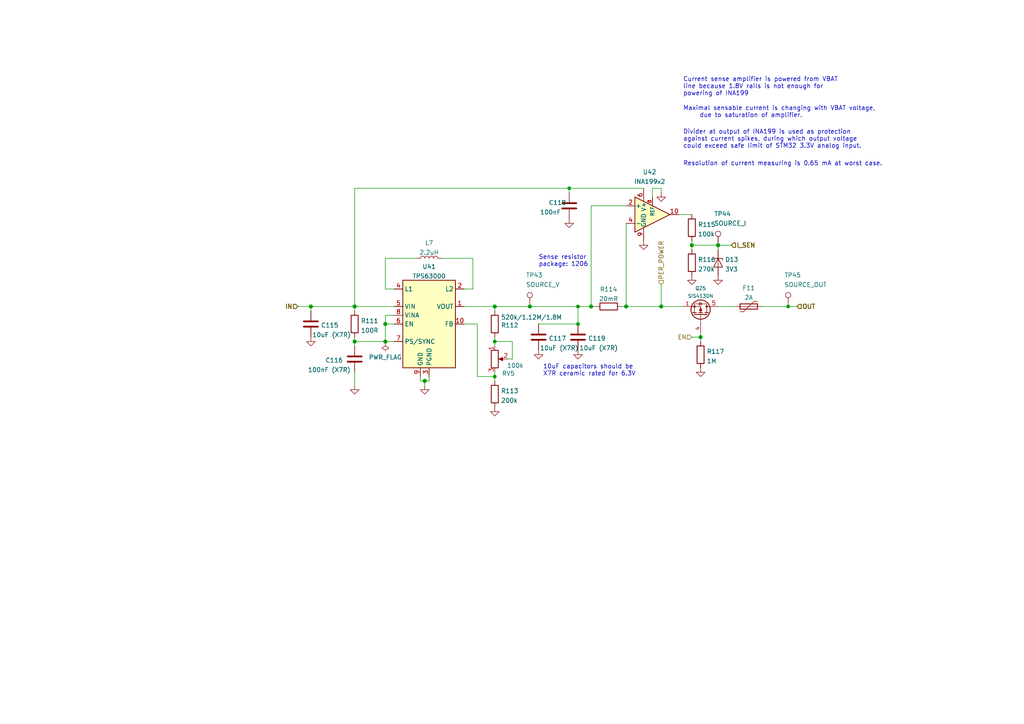
<source format=kicad_sch>
(kicad_sch (version 20210621) (generator eeschema)
  (paper "A4")
  (title_block (title "BUTCube - EPS") (date "2021-06-01") (rev "v1.0") (company "VUT - FIT(STRaDe) & FME(IAE & IPE)") (comment 1 "Author: Petr Malaník"))
  (lib_symbols
    (symbol "Connector:TestPoint" (pin_numbers hide) (pin_names (offset 0.762) hide)
      (property "Reference" "TP" (at 0 6.858 0))
      (property "Value" "TestPoint" (at 0 5.08 0))
      (symbol "TestPoint_0_1"
        (circle (center 0 3.302) (radius 0.762))
      )
      (symbol "TestPoint_1_1"
        (pin passive line (at 0 0 90) (length 2.54) (name "1") (number "1"))
      )
    )
    (symbol "Device:C" (pin_numbers hide) (pin_names (offset 0.254))
      (property "Reference" "C" (at 0.635 2.54 0))
      (property "Value" "C" (at 0.635 -2.54 0))
      (symbol "C_0_1"
        (polyline (pts (xy -2.032 -0.762) (xy 2.032 -0.762)) (stroke (width 0.508)))
        (polyline (pts (xy -2.032 0.762) (xy 2.032 0.762)) (stroke (width 0.508)))
      )
      (symbol "C_1_1"
        (pin passive line (at 0 3.81 270) (length 2.794) (name "~") (number "1"))
        (pin passive line (at 0 -3.81 90) (length 2.794) (name "~") (number "2"))
      )
    )
    (symbol "Device:D_Zener" (pin_numbers hide) (pin_names (offset 1.016) hide)
      (property "Reference" "D" (at 0 2.54 0))
      (property "Value" "D_Zener" (at 0 -2.54 0))
      (symbol "D_Zener_0_1"
        (polyline (pts (xy 1.27 0) (xy -1.27 0)))
        (polyline (pts (xy -1.27 -1.27) (xy -1.27 1.27) (xy -0.762 1.27)) (stroke (width 0.2032)))
        (polyline (pts (xy 1.27 -1.27) (xy 1.27 1.27) (xy -1.27 0) (xy 1.27 -1.27)) (stroke (width 0.2032)))
      )
      (symbol "D_Zener_1_1"
        (pin passive line (at -3.81 0 0) (length 2.54) (name "K") (number "1"))
        (pin passive line (at 3.81 0 180) (length 2.54) (name "A") (number "2"))
      )
    )
    (symbol "Device:L" (pin_numbers hide) (pin_names (offset 1.016) hide)
      (property "Reference" "L" (at -1.27 0 90))
      (property "Value" "L" (at 1.905 0 90))
      (symbol "L_0_1"
        (arc (start 0 -2.54) (end 0 -1.27) (radius (at 0 -1.905) (length 0.635) (angles -89.9 89.9)))
        (arc (start 0 -1.27) (end 0 0) (radius (at 0 -0.635) (length 0.635) (angles -89.9 89.9)))
        (arc (start 0 0) (end 0 1.27) (radius (at 0 0.635) (length 0.635) (angles -89.9 89.9)))
        (arc (start 0 1.27) (end 0 2.54) (radius (at 0 1.905) (length 0.635) (angles -89.9 89.9)))
      )
      (symbol "L_1_1"
        (pin passive line (at 0 3.81 270) (length 1.27) (name "1") (number "1"))
        (pin passive line (at 0 -3.81 90) (length 1.27) (name "2") (number "2"))
      )
    )
    (symbol "Device:Polyfuse" (pin_numbers hide) (pin_names (offset 0))
      (property "Reference" "F" (at -2.54 0 90))
      (property "Value" "Polyfuse" (at 2.54 0 90))
      (symbol "Polyfuse_0_1"
        (rectangle (start -0.762 2.54) (end 0.762 -2.54) (stroke (width 0.254)))
        (polyline (pts (xy 0 2.54) (xy 0 -2.54)))
        (polyline (pts (xy -1.524 2.54) (xy -1.524 1.524) (xy 1.524 -1.524) (xy 1.524 -2.54)))
      )
      (symbol "Polyfuse_1_1"
        (pin passive line (at 0 3.81 270) (length 1.27) (name "~") (number "1"))
        (pin passive line (at 0 -3.81 90) (length 1.27) (name "~") (number "2"))
      )
    )
    (symbol "Device:R" (pin_numbers hide) (pin_names (offset 0))
      (property "Reference" "R" (at 2.032 0 90))
      (property "Value" "R" (at 0 0 90))
      (symbol "R_0_1"
        (rectangle (start -1.016 -2.54) (end 1.016 2.54) (stroke (width 0.254)))
      )
      (symbol "R_1_1"
        (pin passive line (at 0 3.81 270) (length 1.27) (name "~") (number "1"))
        (pin passive line (at 0 -3.81 90) (length 1.27) (name "~") (number "2"))
      )
    )
    (symbol "Device:R_POT" (pin_names (offset 1.016) hide)
      (property "Reference" "RV" (at -4.445 0 90))
      (property "Value" "R_POT" (at -2.54 0 90))
      (symbol "R_POT_0_1"
        (rectangle (start 1.016 2.54) (end -1.016 -2.54) (stroke (width 0.254)))
        (polyline (pts (xy 2.54 0) (xy 1.524 0)))
        (polyline (pts (xy 1.143 0) (xy 2.286 0.508) (xy 2.286 -0.508) (xy 1.143 0)) (fill (type outline)))
      )
      (symbol "R_POT_1_1"
        (pin passive line (at 0 3.81 270) (length 1.27) (name "1") (number "1"))
        (pin passive line (at 3.81 0 180) (length 1.27) (name "2") (number "2"))
        (pin passive line (at 0 -3.81 90) (length 1.27) (name "3") (number "3"))
      )
    )
    (symbol "Regulator_Switching:TPS63000"
      (property "Reference" "U" (at -7.62 13.97 0))
      (property "Value" "TPS63000" (at 5.08 13.97 0))
      (symbol "TPS63000_0_1"
        (rectangle (start -7.62 12.7) (end 7.62 -12.7) (stroke (width 0.254)) (fill (type background)))
      )
      (symbol "TPS63000_1_1"
        (pin power_out line (at 10.16 5.08 180) (length 2.54) (name "VOUT") (number "1"))
        (pin input line (at 10.16 0 180) (length 2.54) (name "FB") (number "10"))
        (pin passive line (at 0 -15.24 90) (length 2.54) hide (name "PGND") (number "11"))
        (pin input line (at 10.16 10.16 180) (length 2.54) (name "L2") (number "2"))
        (pin power_in line (at 0 -15.24 90) (length 2.54) (name "PGND") (number "3"))
        (pin input line (at -10.16 10.16 0) (length 2.54) (name "L1") (number "4"))
        (pin power_in line (at -10.16 5.08 0) (length 2.54) (name "VIN") (number "5"))
        (pin input line (at -10.16 0 0) (length 2.54) (name "EN") (number "6"))
        (pin input line (at -10.16 -5.08 0) (length 2.54) (name "PS/SYNC") (number "7"))
        (pin power_in line (at -10.16 2.54 0) (length 2.54) (name "VINA") (number "8"))
        (pin power_in line (at -2.54 -15.24 90) (length 2.54) (name "GND") (number "9"))
      )
    )
    (symbol "TCY_power_management:INA199" (pin_names (offset 0.127))
      (property "Reference" "U" (at 3.81 3.81 0))
      (property "Value" "INA199" (at 3.81 -3.81 0))
      (symbol "INA199_0_1"
        (polyline (pts (xy 5.08 0) (xy -5.08 5.08) (xy -5.08 -5.08) (xy 5.08 0)) (stroke (width 0.254)) (fill (type background)))
      )
      (symbol "INA199_1_1"
        (pin output line (at 7.62 0 180) (length 2.54) (name "~") (number "10"))
        (pin input line (at -7.62 2.54 0) (length 2.54) (name "+") (number "2"))
        (pin input line (at -7.62 2.54 0) (length 2.54) hide (name "+") (number "3"))
        (pin input line (at -7.62 -2.54 0) (length 2.54) (name "-") (number "4"))
        (pin input line (at -7.62 -2.54 0) (length 2.54) hide (name "-") (number "5"))
        (pin power_in line (at -2.54 7.62 270) (length 3.81) (name "V+") (number "6"))
        (pin input line (at 0 5.08 270) (length 2.54) (name "REF") (number "8"))
        (pin power_in line (at -2.54 -7.62 90) (length 3.81) (name "GND") (number "9"))
      )
    )
    (symbol "TCY_transistors:SiS413DN" (pin_names hide)
      (property "Reference" "Q" (at 8.89 2.54 0))
      (property "Value" "SiS413DN" (at 8.89 0 0))
      (symbol "SiS413DN_0_1"
        (circle (center -0.889 0) (radius 2.794) (stroke (width 0.254)))
        (circle (center 0 -1.778) (radius 0.254) (fill (type outline)))
        (circle (center 0 1.778) (radius 0.254) (fill (type outline)))
        (polyline (pts (xy -2.286 0) (xy -5.08 0)))
        (polyline (pts (xy -2.286 1.905) (xy -2.286 -1.905)) (stroke (width 0.254)))
        (polyline (pts (xy -1.778 -1.27) (xy -1.778 -2.286)) (stroke (width 0.254)))
        (polyline (pts (xy -1.778 0.508) (xy -1.778 -0.508)) (stroke (width 0.254)))
        (polyline (pts (xy -1.778 2.286) (xy -1.778 1.27)) (stroke (width 0.254)))
        (polyline (pts (xy 0 2.54) (xy 0 1.778)))
        (polyline (pts (xy 0 -2.54) (xy 0 0) (xy -1.778 0)))
        (polyline (pts (xy -1.778 1.778) (xy 0.762 1.778) (xy 0.762 -1.778) (xy -1.778 -1.778)))
        (polyline (pts (xy 0.254 -0.508) (xy 0.381 -0.381) (xy 1.143 -0.381) (xy 1.27 -0.254)))
        (polyline (pts (xy 0.762 -0.381) (xy 0.381 0.254) (xy 1.143 0.254) (xy 0.762 -0.381)))
        (polyline (pts (xy -0.254 0) (xy -1.27 0.381) (xy -1.27 -0.381) (xy -0.254 0)) (fill (type outline)))
      )
      (symbol "SiS413DN_1_1"
        (pin passive line (at 0 -5.08 90) (length 2.54) (name "S") (number "1"))
        (pin passive line (at 0 -5.08 90) (length 2.54) hide (name "S") (number "2"))
        (pin passive line (at 0 -5.08 90) (length 2.54) hide (name "S") (number "3"))
        (pin passive line (at -7.62 0 0) (length 2.54) (name "G") (number "4"))
        (pin passive line (at 0 5.08 270) (length 2.54) (name "D") (number "5"))
        (pin passive line (at 0 5.08 270) (length 2.54) hide (name "D") (number "6"))
        (pin passive line (at 0 5.08 270) (length 2.54) hide (name "D") (number "7"))
        (pin passive line (at 0 5.08 270) (length 2.54) hide (name "D") (number "8"))
        (pin passive line (at 0 5.08 270) (length 2.54) hide (name "D") (number "9"))
      )
    )
    (symbol "power:GND" (power) (pin_names (offset 0))
      (property "Value" "GND" (at 0 -3.81 0))
      (symbol "GND_0_1"
        (polyline (pts (xy 0 0) (xy 0 -1.27) (xy 1.27 -1.27) (xy 0 -2.54) (xy -1.27 -1.27) (xy 0 -1.27)))
      )
      (symbol "GND_1_1"
        (pin power_in line (at 0 0 270) (length 0) hide (name "GND") (number "1"))
      )
    )
    (symbol "power:PWR_FLAG" (power) (pin_numbers hide) (pin_names (offset 0) hide)
      (property "Value" "PWR_FLAG" (at 0 3.81 0))
      (symbol "PWR_FLAG_0_0"
        (pin power_out line (at 0 0 90) (length 0) (name "pwr") (number "1"))
      )
      (symbol "PWR_FLAG_0_1"
        (polyline (pts (xy 0 0) (xy 0 1.27) (xy -1.016 1.905) (xy 0 2.54) (xy 1.016 1.905) (xy 0 1.27)))
      )
    )
  )
  (junction (at 90.17 88.9) (diameter 1.016))
  (junction (at 102.87 88.9) (diameter 1.016))
  (junction (at 102.87 99.06) (diameter 1.016))
  (junction (at 111.76 93.98) (diameter 1.016))
  (junction (at 111.76 99.06) (diameter 1.016))
  (junction (at 123.19 110.49) (diameter 1.016))
  (junction (at 143.51 88.9) (diameter 1.016))
  (junction (at 143.51 99.06) (diameter 0.9144))
  (junction (at 143.51 109.22) (diameter 0.9144))
  (junction (at 153.67 88.9) (diameter 1.016))
  (junction (at 165.1 54.61) (diameter 0.9144))
  (junction (at 167.64 88.9) (diameter 0.9144))
  (junction (at 167.64 93.98) (diameter 0.9144))
  (junction (at 171.45 88.9) (diameter 1.016))
  (junction (at 181.61 88.9) (diameter 1.016))
  (junction (at 191.77 88.9) (diameter 1.016))
  (junction (at 200.66 71.12) (diameter 1.016))
  (junction (at 203.2 97.79) (diameter 1.016))
  (junction (at 208.28 71.12) (diameter 1.016))
  (junction (at 228.6 88.9) (diameter 0.9144))
  (wire (pts (xy 86.36 88.9) (xy 90.17 88.9)))
  (wire (pts (xy 90.17 88.9) (xy 90.17 90.17)))
  (wire (pts (xy 90.17 88.9) (xy 102.87 88.9)))
  (wire (pts (xy 102.87 54.61) (xy 102.87 88.9)))
  (wire (pts (xy 102.87 88.9) (xy 102.87 90.17)))
  (wire (pts (xy 102.87 88.9) (xy 114.3 88.9)))
  (wire (pts (xy 102.87 97.79) (xy 102.87 99.06)))
  (wire (pts (xy 102.87 99.06) (xy 102.87 100.33)))
  (wire (pts (xy 102.87 99.06) (xy 111.76 99.06)))
  (wire (pts (xy 102.87 107.95) (xy 102.87 111.76)))
  (wire (pts (xy 111.76 74.93) (xy 120.65 74.93)))
  (wire (pts (xy 111.76 83.82) (xy 111.76 74.93)))
  (wire (pts (xy 111.76 91.44) (xy 111.76 93.98)))
  (wire (pts (xy 111.76 91.44) (xy 114.3 91.44)))
  (wire (pts (xy 111.76 93.98) (xy 111.76 99.06)))
  (wire (pts (xy 111.76 93.98) (xy 114.3 93.98)))
  (wire (pts (xy 114.3 83.82) (xy 111.76 83.82)))
  (wire (pts (xy 114.3 99.06) (xy 111.76 99.06)))
  (wire (pts (xy 121.92 109.22) (xy 121.92 110.49)))
  (wire (pts (xy 121.92 110.49) (xy 123.19 110.49)))
  (wire (pts (xy 123.19 110.49) (xy 123.19 111.76)))
  (wire (pts (xy 123.19 110.49) (xy 124.46 110.49)))
  (wire (pts (xy 124.46 110.49) (xy 124.46 109.22)))
  (wire (pts (xy 128.27 74.93) (xy 137.16 74.93)))
  (wire (pts (xy 134.62 88.9) (xy 143.51 88.9)))
  (wire (pts (xy 137.16 74.93) (xy 137.16 83.82)))
  (wire (pts (xy 137.16 83.82) (xy 134.62 83.82)))
  (wire (pts (xy 138.43 93.98) (xy 134.62 93.98)))
  (wire (pts (xy 138.43 93.98) (xy 138.43 109.22)))
  (wire (pts (xy 138.43 109.22) (xy 143.51 109.22)))
  (wire (pts (xy 143.51 88.9) (xy 143.51 90.17)))
  (wire (pts (xy 143.51 88.9) (xy 153.67 88.9)))
  (wire (pts (xy 143.51 97.79) (xy 143.51 99.06)))
  (wire (pts (xy 143.51 99.06) (xy 143.51 100.33)))
  (wire (pts (xy 143.51 107.95) (xy 143.51 109.22)))
  (wire (pts (xy 143.51 109.22) (xy 143.51 110.49)))
  (wire (pts (xy 147.32 104.14) (xy 148.59 104.14)))
  (wire (pts (xy 148.59 99.06) (xy 143.51 99.06)))
  (wire (pts (xy 148.59 104.14) (xy 148.59 99.06)))
  (wire (pts (xy 153.67 88.9) (xy 167.64 88.9)))
  (wire (pts (xy 156.21 93.98) (xy 167.64 93.98)))
  (wire (pts (xy 165.1 54.61) (xy 102.87 54.61)))
  (wire (pts (xy 165.1 54.61) (xy 165.1 55.88)))
  (wire (pts (xy 165.1 54.61) (xy 186.69 54.61)))
  (wire (pts (xy 167.64 88.9) (xy 171.45 88.9)))
  (wire (pts (xy 167.64 93.98) (xy 167.64 88.9)))
  (wire (pts (xy 171.45 59.69) (xy 171.45 88.9)))
  (wire (pts (xy 171.45 59.69) (xy 181.61 59.69)))
  (wire (pts (xy 171.45 88.9) (xy 172.72 88.9)))
  (wire (pts (xy 180.34 88.9) (xy 181.61 88.9)))
  (wire (pts (xy 181.61 64.77) (xy 181.61 88.9)))
  (wire (pts (xy 181.61 88.9) (xy 191.77 88.9)))
  (wire (pts (xy 189.23 54.61) (xy 189.23 57.15)))
  (wire (pts (xy 191.77 54.61) (xy 189.23 54.61)))
  (wire (pts (xy 191.77 55.88) (xy 191.77 54.61)))
  (wire (pts (xy 191.77 82.55) (xy 191.77 88.9)))
  (wire (pts (xy 191.77 88.9) (xy 198.12 88.9)))
  (wire (pts (xy 196.85 62.23) (xy 200.66 62.23)))
  (wire (pts (xy 200.66 69.85) (xy 200.66 71.12)))
  (wire (pts (xy 200.66 71.12) (xy 200.66 72.39)))
  (wire (pts (xy 200.66 97.79) (xy 203.2 97.79)))
  (wire (pts (xy 203.2 97.79) (xy 203.2 96.52)))
  (wire (pts (xy 203.2 97.79) (xy 203.2 99.06)))
  (wire (pts (xy 208.28 71.12) (xy 200.66 71.12)))
  (wire (pts (xy 208.28 71.12) (xy 212.09 71.12)))
  (wire (pts (xy 208.28 72.39) (xy 208.28 71.12)))
  (wire (pts (xy 208.28 88.9) (xy 213.36 88.9)))
  (wire (pts (xy 220.98 88.9) (xy 228.6 88.9)))
  (wire (pts (xy 228.6 88.9) (xy 231.14 88.9)))
  (text "Sense resistor \npackage: 1206" (at 156.21 77.47 0) (effects (font (size 1.27 1.27)) (justify left bottom)))
  (text "10uF capacitors should be\nX7R ceramic rated for 6.3V" (at 157.48 109.22 0) (effects (font (size 1.27 1.27)) (justify left bottom)))
  (text "Current sense amplifier is powered from VBAT\nline because 1.8V rails is not enough for\npowering of INA199" (at 198.12 27.94 0) (effects (font (size 1.27 1.27)) (justify left bottom)))
  (text "Maximal sensable current is changing with VBAT voltage,\n	due to saturation of amplifier.\n" (at 198.12 34.29 0) (effects (font (size 1.27 1.27)) (justify left bottom)))
  (text "Divider at output of INA199 is used as protection\nagainst current spikes, during which output voltage\ncould exceed safe limit of STM32 3.3V analog input.\n" (at 198.12 43.18 0) (effects (font (size 1.27 1.27)) (justify left bottom)))
  (text "Resolution of current measuring is 0.65 mA at worst case." (at 198.12 48.26 0) (effects (font (size 1.27 1.27)) (justify left bottom)))
  (hierarchical_label "IN" (shape input) (at 86.36 88.9 180) (effects (font (thickness 0.254))))
  (hierarchical_label "PER_POWER" (shape input) (at 191.77 82.55 90))
  (hierarchical_label "EN" (shape input) (at 200.66 97.79 180))
  (hierarchical_label "I_SEN" (shape input) (at 212.09 71.12 0) (effects (font (thickness 0.254))))
  (hierarchical_label "OUT" (shape input) (at 231.14 88.9 0) (effects (font (thickness 0.254))))
  (symbol (lib_id "power:PWR_FLAG") (at 111.76 99.06 180)
    (property "Reference" "#FLG015" (effects hide))
    (property "Value" "PWR_FLAG" (at 111.76 103.6226 0))
  )
  (symbol (lib_id "Connector:TestPoint") (at 153.67 88.9 0)
    (property "Reference" "TP43" (at 152.5271 79.8 0) (effects (justify left)))
    (property "Value" "SOURCE_V" (at 152.5271 82.5751 0) (effects (justify left)))
    (property "Footprint" "TCY_connectors:TestPoint_Pad_D0.5mm" (effects hide))
  )
  (symbol (lib_id "Connector:TestPoint") (at 208.28 71.12 0)
    (property "Reference" "TP44" (at 207.1371 62.02 0) (effects (justify left)))
    (property "Value" "SOURCE_I" (at 207.1371 64.7951 0) (effects (justify left)))
    (property "Footprint" "TCY_connectors:TestPoint_Pad_D0.5mm" (effects hide))
  )
  (symbol (lib_id "Connector:TestPoint") (at 228.6 88.9 0)
    (property "Reference" "TP45" (at 227.4571 79.8 0) (effects (justify left)))
    (property "Value" "SOURCE_OUT" (at 227.4571 82.5751 0) (effects (justify left)))
    (property "Footprint" "TCY_connectors:TestPoint_Pad_D0.5mm" (effects hide))
  )
  (symbol (lib_id "power:GND") (at 90.17 97.79 0)
    (property "Reference" "#PWR0241" (effects hide))
    (property "Value" "GND" (effects hide))
  )
  (symbol (lib_id "power:GND") (at 102.87 111.76 0)
    (property "Reference" "#PWR0242" (effects hide))
    (property "Value" "GND" (effects hide))
  )
  (symbol (lib_id "power:GND") (at 123.19 111.76 0)
    (property "Reference" "#PWR0243" (effects hide))
    (property "Value" "GND" (effects hide))
  )
  (symbol (lib_id "power:GND") (at 143.51 118.11 0)
    (property "Reference" "#PWR0244" (effects hide))
    (property "Value" "GND" (effects hide))
  )
  (symbol (lib_id "power:GND") (at 156.21 101.6 0)
    (property "Reference" "#PWR0245" (effects hide))
    (property "Value" "GND" (effects hide))
  )
  (symbol (lib_id "power:GND") (at 165.1 63.5 0)
    (property "Reference" "#PWR0246" (effects hide))
    (property "Value" "GND" (effects hide))
  )
  (symbol (lib_id "power:GND") (at 167.64 101.6 0)
    (property "Reference" "#PWR0247" (effects hide))
    (property "Value" "GND" (effects hide))
  )
  (symbol (lib_id "power:GND") (at 186.69 69.85 0)
    (property "Reference" "#PWR0248" (effects hide))
    (property "Value" "GND" (effects hide))
  )
  (symbol (lib_id "power:GND") (at 191.77 55.88 0)
    (property "Reference" "#PWR0249" (effects hide))
    (property "Value" "GND" (effects hide))
  )
  (symbol (lib_id "power:GND") (at 200.66 80.01 0)
    (property "Reference" "#PWR0250" (effects hide))
    (property "Value" "GND" (effects hide))
  )
  (symbol (lib_id "power:GND") (at 203.2 106.68 0)
    (property "Reference" "#PWR0251" (effects hide))
    (property "Value" "GND" (effects hide))
  )
  (symbol (lib_id "power:GND") (at 208.28 80.01 0)
    (property "Reference" "#PWR0252" (effects hide))
    (property "Value" "GND" (effects hide))
  )
  (symbol (lib_id "Device:L") (at 124.46 74.93 90)
    (property "Reference" "L7" (at 124.46 70.4554 90))
    (property "Value" "2.2uH" (at 124.46 73.2305 90))
  )
  (symbol (lib_id "Device:R") (at 102.87 93.98 0)
    (property "Reference" "R111" (at 104.6481 93.0715 0) (effects (justify left)))
    (property "Value" "100R" (at 104.6481 95.8466 0) (effects (justify left)))
  )
  (symbol (lib_id "Device:R") (at 143.51 93.98 0)
    (property "Reference" "R112" (at 145.2881 94.3415 0) (effects (justify left)))
    (property "Value" "520k/1.12M/1.8M" (at 145.2881 92.0366 0) (effects (justify left)))
  )
  (symbol (lib_id "Device:R") (at 143.51 114.3 0)
    (property "Reference" "R113" (at 145.2881 113.3915 0) (effects (justify left)))
    (property "Value" "200k" (at 145.2881 116.1666 0) (effects (justify left)))
  )
  (symbol (lib_id "Device:R") (at 176.53 88.9 90)
    (property "Reference" "R114" (at 176.53 83.9174 90))
    (property "Value" "20mR" (at 176.53 86.6925 90))
  )
  (symbol (lib_id "Device:R") (at 200.66 66.04 180)
    (property "Reference" "R115" (at 202.4381 65.1315 0) (effects (justify right)))
    (property "Value" "100k" (at 202.4381 67.9066 0) (effects (justify right)))
  )
  (symbol (lib_id "Device:R") (at 200.66 76.2 180)
    (property "Reference" "R116" (at 202.4381 75.2915 0) (effects (justify right)))
    (property "Value" "270k" (at 202.4381 78.0666 0) (effects (justify right)))
  )
  (symbol (lib_id "Device:R") (at 203.2 102.87 0)
    (property "Reference" "R117" (at 204.9781 101.9615 0) (effects (justify left)))
    (property "Value" "1M" (at 204.9781 104.7366 0) (effects (justify left)))
  )
  (symbol (lib_id "Device:D_Zener") (at 208.28 76.2 270)
    (property "Reference" "D13" (at 210.2867 75.2915 90) (effects (justify left)))
    (property "Value" "3V3" (at 210.2867 78.0666 90) (effects (justify left)))
  )
  (symbol (lib_id "Device:Polyfuse") (at 217.17 88.9 90)
    (property "Reference" "F11" (at 217.17 83.5364 90))
    (property "Value" "2A" (at 217.17 86.3115 90))
  )
  (symbol (lib_id "Device:C") (at 90.17 93.98 0)
    (property "Reference" "C115" (at 93.0911 94.3415 0) (effects (justify left)))
    (property "Value" "10uF (X7R)" (at 90.5511 97.1166 0) (effects (justify left)))
  )
  (symbol (lib_id "Device:C") (at 102.87 104.14 0)
    (property "Reference" "C116" (at 94.3611 104.5015 0) (effects (justify left)))
    (property "Value" "100nF (X7R)" (at 89.2811 107.2766 0) (effects (justify left)))
  )
  (symbol (lib_id "Device:C") (at 156.21 97.79 0)
    (property "Reference" "C117" (at 159.1311 98.1515 0) (effects (justify left)))
    (property "Value" "10uF (X7R)" (at 156.5911 100.9266 0) (effects (justify left)))
  )
  (symbol (lib_id "Device:C") (at 165.1 59.69 0)
    (property "Reference" "C118" (at 159.1311 58.7815 0) (effects (justify left)))
    (property "Value" "100nF" (at 156.5911 61.5566 0) (effects (justify left)))
  )
  (symbol (lib_id "Device:C") (at 167.64 97.79 0)
    (property "Reference" "C119" (at 170.5611 98.1515 0) (effects (justify left)))
    (property "Value" "10uF (X7R)" (at 168.0211 100.9266 0) (effects (justify left)))
  )
  (symbol (lib_id "Device:R_POT") (at 143.51 104.14 0)
    (property "Reference" "RV5" (at 149.352 108.3115 0) (effects (justify right)))
    (property "Value" "100k" (at 151.892 106.0066 0) (effects (justify right)))
  )
  (symbol (lib_id "TCY_transistors:SiS413DN") (at 203.2 88.9 270) (mirror x)
    (property "Reference" "Q25" (at 203.2 83.6288 90) (effects (font (size 1 1))))
    (property "Value" "SiS413DN" (at 203.2 85.8678 90) (effects (font (size 1 1))))
    (property "Footprint" "Package_SO:Vishay_PowerPAK_1212-8_Single" (effects hide))
    (property "Datasheet" "https://www.vishay.com/docs/63262/sis413dn.pdf" (effects hide))
  )
  (symbol (lib_id "TCY_power_management:INA199") (at 189.23 62.23 0)
    (property "Reference" "U42" (at 186.4361 49.8915 0) (effects (justify left)))
    (property "Value" "INA199x2" (at 183.8961 52.6666 0) (effects (justify left)))
    (property "Footprint" "Package_DFN_QFN:UQFN-10_1.4x1.8mm_P0.4mm" (effects hide))
    (property "Datasheet" "https://www.ti.com/lit/ds/symlink/ina199.pdf" (effects hide))
  )
  (symbol (lib_id "Regulator_Switching:TPS63000") (at 124.46 93.98 0)
    (property "Reference" "U41" (at 124.46 77.3134 0))
    (property "Value" "TPS63000" (at 124.46 80.0885 0))
    (property "Footprint" "Package_SON:Texas_DRC0010J_ThermalVias" (effects hide))
    (property "Datasheet" "http://www.ti.com/lit/ds/symlink/tps63000.pdf" (effects hide))
  )
)
</source>
